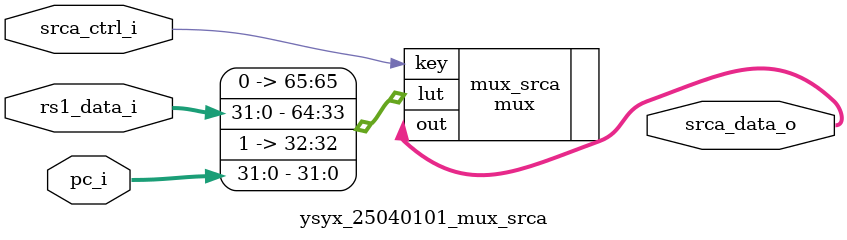
<source format=v>
module ysyx_25040101_mux_srca(
	/* from ctrl_unit */
	input  wire 			srca_ctrl_i,

	/* from regs */
	input  wire[31:0] rs1_data_i,

	/* from pc_reg */
	input  wire[31:0] pc_i,

	/* to alu */
	output wire[31:0] srca_data_o
);
	mux #(
		.NR_KEY(2),
		.KEY_LEN(1),
		.DATA_LEN(32)
	) mux_srca (
		.out(srca_data_o),
		.key(srca_ctrl_i),
		.lut({
			1'b0, rs1_data_i,
			1'b1, pc_i
		})
	);
endmodule

</source>
